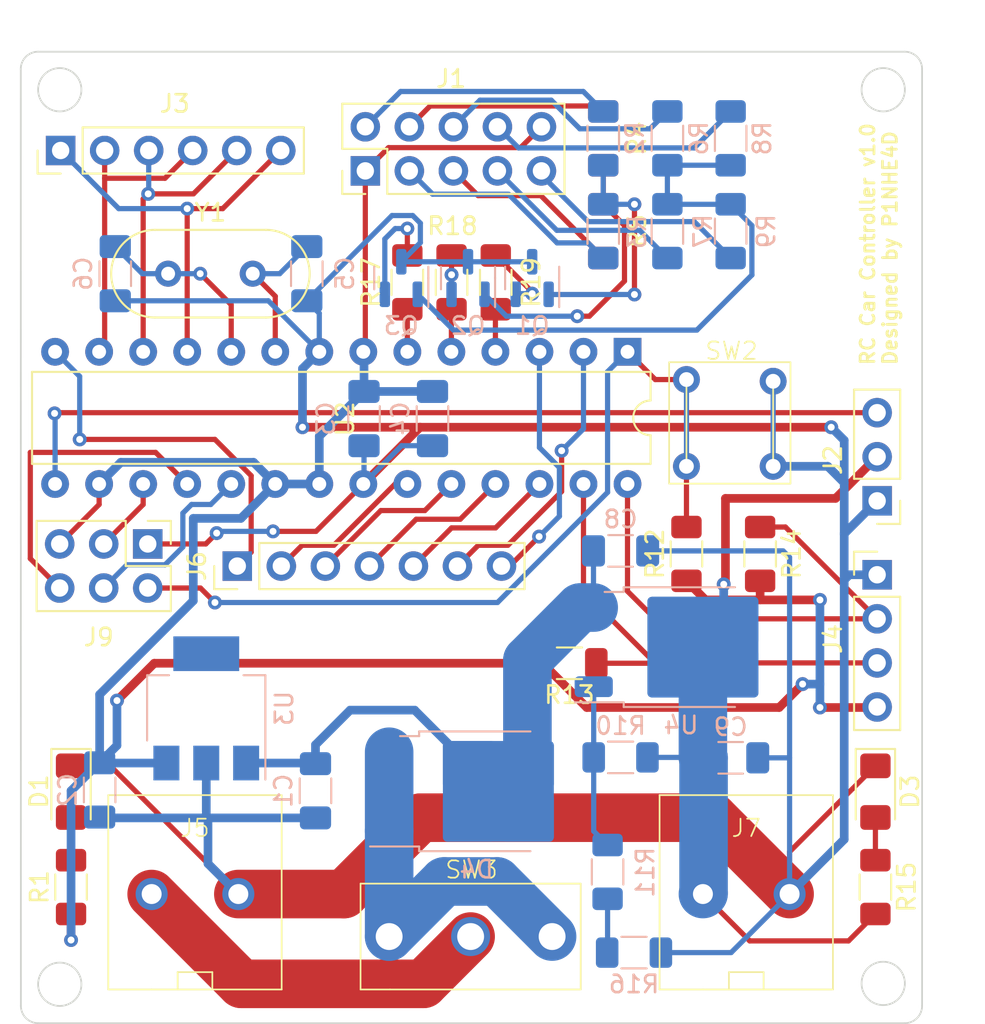
<source format=kicad_pcb>
(kicad_pcb (version 20221018) (generator pcbnew)
  (layers (0 "F.Cu" signal) (31 "B.Cu" signal) (34 "B.Paste" user) (35 "F.Paste" user) (36 "B.SilkS" user "B.Silkscreen") (37 "F.SilkS" user "F.Silkscreen") (38 "B.Mask" user) (39 "F.Mask" user) (44 "Edge.Cuts" user))
  (net 0 "")
  (net 1 "GND")
  (net 2 "+5V")
  (net 3 "Net-(U2-XTAL1{slash}PB6)")
  (net 4 "Net-(U2-XTAL2{slash}PB7)")
  (net 5 "+6V")
  (net 6 "Net-(D1-A)")
  (net 7 "Net-(D3-A)")
  (net 8 "/Red_LED_1")
  (net 9 "/Red_LED_2")
  (net 10 "/Red_LED_3")
  (net 11 "/Red_LED_4")
  (net 12 "/White_LED_1")
  (net 13 "/White_LED_2")
  (net 14 "/White_LED_3")
  (net 15 "/White_LED_4")
  (net 16 "/SERV_PWM")
  (net 17 "/DC_PWM")
  (net 18 "/DC_IN2")
  (net 19 "/DC_IN1")
  (net 20 "/SCL")
  (net 21 "/SDA")
  (net 22 "+BATT")
  (net 23 "/PD0")
  (net 24 "/PC0")
  (net 25 "/PC1")
  (net 26 "/PC2")
  (net 27 "/PC3")
  (net 28 "/PD1")
  (net 29 "/RESET")
  (net 30 "/MOSI")
  (net 31 "/SCK")
  (net 32 "/MISO")
  (net 33 "Net-(U4-ADJ)")
  (net 34 "Net-(R11-Pad2)")
  (net 35 "/PB0")
  (net 36 "Net-(Q1-C)")
  (net 37 "Net-(Q1-B)")
  (net 38 "Net-(Q2-C)")
  (net 39 "Net-(Q2-B)")
  (net 40 "Net-(Q3-C)")
  (net 41 "Net-(Q3-B)")
  (net 42 "/FRONTLIGHTS")
  (net 43 "/RED_RIGHT")
  (net 44 "/RED_LEFT")
  (net 45 "Net-(D4-K)")
  (net 46 "Net-(D4-A-Pad1)")
  (footprint "Resistor_SMD:R_1206_3216Metric_Pad1.30x1.75mm_HandSolder" (layer "F.Cu") (at 68.7 74.05 90)
    (fp_text reference "R12")
    (fp_text value "10K")
  )
  (footprint "Resistor_SMD:R_1206_3216Metric_Pad1.30x1.75mm_HandSolder" (layer "F.Cu") (at 79.6 93.25 90)
    (fp_text reference "R15")
    (fp_text value "200")
  )
  (footprint "Connector_PinHeader_2.54mm:PinHeader_2x03_P2.54mm_Vertical" (layer "F.Cu") (at 37.625 73.475 -90)
    (fp_text reference "J9")
    (fp_text value "Conn_02x03_Odd_Even")
  )
  (footprint "Connector_PinHeader_2.54mm:PinHeader_1x04_P2.54mm_Vertical" (layer "F.Cu") (at 79.7 75.25)
    (fp_text reference "J4")
    (fp_text value "Conn_01x04_Pin")
  )
  (footprint "LED_SMD:LED_1206_3216Metric_Pad1.42x1.75mm_HandSolder" (layer "F.Cu") (at 79.6 87.75 -90)
    (fp_text reference "D3")
    (fp_text value "PWR_LED_2")
  )
  (footprint "Custom_Components:1101M2S3CQE2" (layer "F.Cu") (at 56.3 89.15)
    (fp_text reference "SW3")
    (fp_text value "SW_SPDT_MSM")
  )
  (footprint "Resistor_SMD:R_1206_3216Metric_Pad1.30x1.75mm_HandSolder" (layer "F.Cu") (at 33.2 93.25 90)
    (fp_text reference "R1")
    (fp_text value "150")
  )
  (footprint "Crystal:Crystal_HC49-4H_Vertical" (layer "F.Cu") (at 38.8 57.9)
    (fp_text reference "Y1")
    (fp_text value "16.000")
  )
  (footprint "Custom_Components:CTB0700-2" (layer "F.Cu") (at 40.35 90.35)
    (fp_text reference "J5")
    (fp_text value "Screw_Terminal_01x02")
  )
  (footprint "Resistor_SMD:R_1206_3216Metric_Pad1.30x1.75mm_HandSolder" (layer "F.Cu") (at 63.9 55.45 -90)
    (fp_text reference "R5")
    (fp_text value "150")
  )
  (footprint "Resistor_SMD:R_1206_3216Metric_Pad1.30x1.75mm_HandSolder" (layer "F.Cu") (at 57.7 58.4 -90)
    (fp_text reference "R19")
    (fp_text value "R_Small")
  )
  (footprint "LED_SMD:LED_1206_3216Metric_Pad1.42x1.75mm_HandSolder" (layer "F.Cu") (at 33.2 87.75 -90)
    (fp_text reference "D1")
    (fp_text value "PWR_LED_1")
  )
  (footprint "Connector_PinHeader_2.54mm:PinHeader_1x06_P2.54mm_Vertical" (layer "F.Cu") (at 32.6 50.8 90)
    (fp_text reference "J3")
    (fp_text value "Conn_01x06_Pin")
  )
  (footprint "Resistor_SMD:R_1206_3216Metric_Pad1.30x1.75mm_HandSolder" (layer "F.Cu") (at 55.15 58.4 -90)
    (fp_text reference "R18")
    (fp_text value "R_Small")
  )
  (footprint "Resistor_SMD:R_1206_3216Metric_Pad1.30x1.75mm_HandSolder" (layer "F.Cu") (at 72.95 74.05 -90)
    (fp_text reference "R14")
    (fp_text value "10K")
  )
  (footprint "Connector_PinHeader_2.54mm:PinHeader_1x07_P2.54mm_Vertical" (layer "F.Cu") (at 42.79 74.75 90)
    (fp_text reference "J6")
    (fp_text value "Conn_01x07_Pin")
  )
  (footprint "Resistor_SMD:R_1206_3216Metric_Pad1.30x1.75mm_HandSolder" (layer "F.Cu") (at 52.6 58.4 -90)
    (fp_text reference "R17")
    (fp_text value "R_Small")
  )
  (footprint "Resistor_SMD:R_1206_3216Metric_Pad1.30x1.75mm_HandSolder" (layer "F.Cu") (at 63.9 50.1 90)
    (fp_text reference "R4")
    (fp_text value "150")
  )
  (footprint "Connector_PinHeader_2.54mm:PinHeader_2x05_P2.54mm_Vertical" (layer "F.Cu") (at 50.175 51.975 90)
    (fp_text reference "J1")
    (fp_text value "Conn_02x05_Odd_Even")
  )
  (footprint "Package_DIP:DIP-28_W7.62mm" (layer "F.Cu") (at 65.3 62.4 -90)
    (fp_text reference "U2")
    (fp_text value "ATmega328-P")
  )
  (footprint "Connector_PinHeader_2.54mm:PinHeader_1x03_P2.54mm_Vertical" (layer "F.Cu") (at 79.7 70.99 180)
    (fp_text reference "J2")
    (fp_text value "Conn_01x03_Pin")
  )
  (footprint "Custom_Components:CTB0700-2" (layer "F.Cu") (at 72.15 90.35)
    (fp_text reference "J7")
    (fp_text value "Screw_Terminal_01x02")
  )
  (footprint "Resistor_SMD:R_1206_3216Metric_Pad1.30x1.75mm_HandSolder" (layer "F.Cu") (at 61.95 80.35 180)
    (fp_text reference "R13")
    (fp_text value "10K")
  )
  (footprint "Custom_Components:ElegooButton" (layer "F.Cu") (at 63.6 66.5 90)
    (fp_text reference "SW2")
    (fp_text value "SW_MEC_5E")
  )
  (footprint "Package_TO_SOT_SMD:SOT-23" (layer "B.Cu") (at 56.1 58.15 90)
    (fp_text reference "Q2")
    (fp_text value "NPN")
  )
  (footprint "Resistor_SMD:R_1206_3216Metric_Pad1.30x1.75mm_HandSolder" (layer "B.Cu") (at 67.6 50.1 90)
    (fp_text reference "R6")
    (fp_text value "100")
  )
  (footprint "Resistor_SMD:R_1206_3216Metric_Pad1.30x1.75mm_HandSolder" (layer "B.Cu") (at 65.675 97.025)
    (fp_text reference "R16")
    (fp_text value "470")
  )
  (footprint "Resistor_SMD:R_1206_3216Metric_Pad1.30x1.75mm_HandSolder" (layer "B.Cu") (at 63.9 50.1 90)
    (fp_text reference "R2")
    (fp_text value "150")
  )
  (footprint "Capacitor_SMD:C_1206_3216Metric_Pad1.33x1.80mm_HandSolder" (layer "B.Cu") (at 71.25 85.8)
    (fp_text reference "C9")
    (fp_text value "22uF")
  )
  (footprint "Resistor_SMD:R_1206_3216Metric_Pad1.30x1.75mm_HandSolder" (layer "B.Cu") (at 67.6 55.45 -90)
    (fp_text reference "R7")
    (fp_text value "100")
  )
  (footprint "Package_TO_SOT_SMD:TO-252-2" (layer "B.Cu") (at 56.59 87.73)
    (fp_text reference "D4")
    (fp_text value "D_Schottky_Dual_CommonCathode_AKA")
  )
  (footprint "Package_TO_SOT_SMD:SOT-23" (layer "B.Cu") (at 52.25 58.15 90)
    (fp_text reference "Q3")
    (fp_text value "NPN")
  )
  (footprint "Capacitor_SMD:C_1206_3216Metric_Pad1.33x1.80mm_HandSolder" (layer "B.Cu") (at 64.9 73.875)
    (fp_text reference "C8")
    (fp_text value "10uF")
  )
  (footprint "Package_TO_SOT_SMD:SOT-23" (layer "B.Cu") (at 59.8 58.15 90)
    (fp_text reference "Q1")
    (fp_text value "NPN")
  )
  (footprint "Capacitor_SMD:C_1206_3216Metric_Pad1.33x1.80mm_HandSolder" (layer "B.Cu") (at 50.1 66.25 90)
    (fp_text reference "C3")
    (fp_text value "0.1uF")
  )
  (footprint "Package_TO_SOT_SMD:SOT-223" (layer "B.Cu") (at 41 82.95 90)
    (fp_text reference "U3")
    (fp_text value "TC1262-50")
  )
  (footprint "Capacitor_SMD:C_1206_3216Metric_Pad1.33x1.80mm_HandSolder" (layer "B.Cu") (at 46.8 57.9 -90)
    (fp_text reference "C5")
    (fp_text value "22pF")
  )
  (footprint "Resistor_SMD:R_1206_3216Metric_Pad1.30x1.75mm_HandSolder" (layer "B.Cu") (at 71.25 55.45 -90)
    (fp_text reference "R9")
    (fp_text value "100")
  )
  (footprint "Resistor_SMD:R_1206_3216Metric_Pad1.30x1.75mm_HandSolder" (layer "B.Cu") (at 64.15 92.375 -90)
    (fp_text reference "R11")
    (fp_text value "100")
  )
  (footprint "Package_TO_SOT_SMD:TO-252-2" (layer "B.Cu") (at 68.39 79.42)
    (fp_text reference "U4")
    (fp_text value "LT1084-ADJ")
  )
  (footprint "Capacitor_SMD:C_1206_3216Metric_Pad1.33x1.80mm_HandSolder" (layer "B.Cu") (at 35.75 57.9 -90)
    (fp_text reference "C6")
    (fp_text value "22pF")
  )
  (footprint "Resistor_SMD:R_1206_3216Metric_Pad1.30x1.75mm_HandSolder" (layer "B.Cu") (at 64.9 85.775 180)
    (fp_text reference "R10")
    (fp_text value "150")
  )
  (footprint "Capacitor_SMD:C_1206_3216Metric_Pad1.33x1.80mm_HandSolder" (layer "B.Cu") (at 47.3 87.7 -90)
    (fp_text reference "C1")
    (fp_text value "1uF")
  )
  (footprint "Resistor_SMD:R_1206_3216Metric_Pad1.30x1.75mm_HandSolder" (layer "B.Cu") (at 63.9 55.45 -90)
    (fp_text reference "R3")
    (fp_text value "150")
  )
  (footprint "Capacitor_SMD:C_1206_3216Metric_Pad1.33x1.80mm_HandSolder" (layer "B.Cu") (at 34.85 87.65 -90)
    (fp_text reference "C2")
    (fp_text value "1uF")
  )
  (footprint "Capacitor_SMD:C_1206_3216Metric_Pad1.33x1.80mm_HandSolder" (layer "B.Cu") (at 54.05 66.25 -90)
    (fp_text reference "C4")
    (fp_text value "0.1uF")
  )
  (footprint "Resistor_SMD:R_1206_3216Metric_Pad1.30x1.75mm_HandSolder" (layer "B.Cu") (at 71.25 50.1 90)
    (fp_text reference "R8")
    (fp_text value "100")
  )
  (gr_circle (center 32.55 47.3) (end 33.8 47.3) (stroke (width 0.1)) (fill none) (layer "Edge.Cuts"))
  (gr_line (start 31.3 45.107107) (end 81.292893 45.107107) (stroke (width 0.1)) (layer "Edge.Cuts"))
  (gr_arc (start 30.3 46.107107) (mid 30.592893 45.4) (end 31.3 45.107107) (stroke (width 0.1)) (layer "Edge.Cuts"))
  (gr_arc (start 31.307107 101.092893) (mid 30.6 100.8) (end 30.307107 100.092893) (stroke (width 0.1)) (layer "Edge.Cuts"))
  (gr_circle (center 32.55 98.85) (end 33.8 98.85) (stroke (width 0.1)) (fill none) (layer "Edge.Cuts"))
  (gr_arc (start 81.292893 45.107107) (mid 82 45.4) (end 82.292893 46.107107) (stroke (width 0.1)) (layer "Edge.Cuts"))
  (gr_circle (center 80.05 98.8) (end 81.3 98.8) (stroke (width 0.1)) (fill none) (layer "Edge.Cuts"))
  (gr_line (start 30.307107 100.092893) (end 30.3 46.107107) (stroke (width 0.1)) (layer "Edge.Cuts"))
  (gr_line (start 82.292893 46.107107) (end 82.292893 100.092893) (stroke (width 0.1)) (layer "Edge.Cuts"))
  (gr_circle (center 80.05 47.3) (end 81.3 47.3) (stroke (width 0.1)) (fill none) (layer "Edge.Cuts"))
  (gr_line (start 81.292893 101.092893) (end 31.307107 101.092893) (stroke (width 0.1)) (layer "Edge.Cuts"))
  (gr_arc (start 82.292893 100.092893) (mid 82 100.8) (end 81.292893 101.092893) (stroke (width 0.1)) (layer "Edge.Cuts"))
  (gr_text "RC Car Controller v1.0\nDesigned by P1NHE4D" (at 79.8 63.25 90) (layer "F.SilkS") (effects (font (size 0.8 0.8) (thickness 0.16) bold) (justify left)))
  (segment (start 79.6 86.2625) (end 74.65 91.2125) (width 0.3) (layer "F.Cu") (net 1))
  (segment (start 53.35 89.25) (end 70.25 89.25) (width 2.8) (layer "F.Cu") (net 1))
  (segment (start 77.05 66.75) (end 53.33 66.75) (width 0.5) (layer "F.Cu") (net 1))
  (segment (start 53.33 66.75) (end 46.55 66.75) (width 0.5) (layer "F.Cu") (net 1))
  (segment (start 42.85 93.65) (end 48.95 93.65) (width 2.8) (layer "F.Cu") (net 1))
  (segment (start 40.9745 73.475) (end 37.625 73.475) (width 0.3) (layer "F.Cu") (net 1))
  (segment (start 35.4625 86.2625) (end 42.85 93.65) (width 0.3) (layer "F.Cu") (net 1))
  (segment (start 50.06 70.02) (end 47.33 72.75) (width 0.3) (layer "F.Cu") (net 1))
  (segment (start 41.6 72.8495) (end 40.9745 73.475) (width 0.3) (layer "F.Cu") (net 1))
  (segment (start 47.33 72.75) (end 44.85 72.75) (width 0.3) (layer "F.Cu") (net 1))
  (segment (start 48.95 93.65) (end 53.35 89.25) (width 2.8) (layer "F.Cu") (net 1))
  (segment (start 53.33 66.75) (end 50.06 70.02) (width 0.5) (layer "F.Cu") (net 1))
  (segment (start 33.2 86.2625) (end 35.4625 86.2625) (width 0.3) (layer "F.Cu") (net 1))
  (segment (start 70.25 89.25) (end 74.65 93.65) (width 2.8) (layer "F.Cu") (net 1))
  (segment (start 74.65 91.2125) (end 74.65 93.65) (width 0.3) (layer "F.Cu") (net 1))
  (via (at 44.85 72.75) (size 0.8) (drill 0.4) (layers "F.Cu" "B.Cu") (net 1))
  (via (at 41.6 72.8495) (size 0.8) (drill 0.4) (layers "F.Cu" "B.Cu") (net 1))
  (via (at 77.05 66.75) (size 0.8) (drill 0.4) (layers "F.Cu" "B.Cu") (net 1))
  (via (at 46.55 66.75) (size 0.8) (drill 0.4) (layers "F.Cu" "B.Cu") (net 1))
  (segment (start 46.55 66.75) (end 46.55 63.37) (width 0.5) (layer "B.Cu") (net 1))
  (segment (start 56.1 57.2125) (end 52.25 57.2125) (width 0.3) (layer "B.Cu") (net 1))
  (segment (start 71.275 97.025) (end 74.65 93.65) (width 0.3) (layer "B.Cu") (net 1))
  (segment (start 46.55 63.37) (end 47.52 62.4) (width 0.5) (layer "B.Cu") (net 1))
  (segment (start 35.75 59.4625) (end 44.5825 59.4625) (width 0.3) (layer "B.Cu") (net 1))
  (segment (start 47.52 60.1825) (end 47.52 62.4) (width 0.3) (layer "B.Cu") (net 1))
  (segment (start 53.35 54.989339) (end 53.35 56.1125) (width 0.3) (layer "B.Cu") (net 1))
  (segment (start 77.8 69.95) (end 77.8 67.5) (width 0.5) (layer "B.Cu") (net 1))
  (segment (start 46.8 59.4625) (end 51.7125 54.55) (width 0.3) (layer "B.Cu") (net 1))
  (segment (start 41.1 91.9) (end 42.85 93.65) (width 0.5) (layer "B.Cu") (net 1))
  (segment (start 41 89.1625) (end 41.1 89.2625) (width 0.5) (layer "B.Cu") (net 1))
  (segment (start 53.35 56.1125) (end 52.25 57.2125) (width 0.3) (layer "B.Cu") (net 1))
  (segment (start 52.2675 67.8125) (end 50.06 70.02) (width 0.3) (layer "B.Cu") (net 1))
  (segment (start 41.1 89.2625) (end 41.1 91.9) (width 0.5) (layer "B.Cu") (net 1))
  (segment (start 41.6995 72.75) (end 41.6 72.8495) (width 0.3) (layer "B.Cu") (net 1))
  (segment (start 44.5825 59.4625) (end 47.52 62.4) (width 0.3) (layer "B.Cu") (net 1))
  (segment (start 51.7125 54.55) (end 52.910661 54.55) (width 0.3) (layer "B.Cu") (net 1))
  (segment (start 66.4625 73.875) (end 74.275 73.875) (width 0.3) (layer "B.Cu") (net 1))
  (segment (start 77.8 75.55) (end 77.8 90.5) (width 0.5) (layer "B.Cu") (net 1))
  (segment (start 41.1 89.2625) (end 47.3 89.2625) (width 0.5) (layer "B.Cu") (net 1))
  (segment (start 77.8 69.95) (end 76.85 69) (width 0.5) (layer "B.Cu") (net 1))
  (segment (start 77.8 72.89) (end 77.8 69.95) (width 0.5) (layer "B.Cu") (net 1))
  (segment (start 44.85 72.75) (end 41.6995 72.75) (width 0.3) (layer "B.Cu") (net 1))
  (segment (start 34.9 89.2625) (end 41.1 89.2625) (width 0.5) (layer "B.Cu") (net 1))
  (segment (start 41 86.1) (end 41 89.1625) (width 0.5) (layer "B.Cu") (net 1))
  (segment (start 74.275 73.875) (end 74.65 74.25) (width 0.3) (layer "B.Cu") (net 1))
  (segment (start 67.225 97.025) (end 71.275 97.025) (width 0.3) (layer "B.Cu") (net 1))
  (segment (start 79.7 75.25) (end 78.1 75.25) (width 0.5) (layer "B.Cu") (net 1))
  (segment (start 52.910661 54.55) (end 53.35 54.989339) (width 0.3) (layer "B.Cu") (net 1))
  (segment (start 74.65 74.25) (end 74.65 85.8) (width 0.3) (layer "B.Cu") (net 1))
  (segment (start 73.7 64.1) (end 73.7 69) (width 0.3) (layer "B.Cu") (net 1))
  (segment (start 77.8 72.89) (end 77.8 75.55) (width 0.5) (layer "B.Cu") (net 1))
  (segment (start 77.8 90.5) (end 74.65 93.65) (width 0.5) (layer "B.Cu") (net 1))
  (segment (start 79.7 70.99) (end 77.8 72.89) (width 0.5) (layer "B.Cu") (net 1))
  (segment (start 59.8 57.2125) (end 56.1 57.2125) (width 0.3) (layer "B.Cu") (net 1))
  (segment (start 54.05 67.8125) (end 52.2675 67.8125) (width 0.3) (layer "B.Cu") (net 1))
  (segment (start 78.1 75.25) (end 77.8 75.55) (width 0.5) (layer "B.Cu") (net 1))
  (segment (start 34.85 89.2125) (end 34.9 89.2625) (width 0.5) (layer "B.Cu") (net 1))
  (segment (start 46.8 59.4625) (end 47.52 60.1825) (width 0.3) (layer "B.Cu") (net 1))
  (segment (start 50.1 67.8125) (end 50.1 69.98) (width 0.3) (layer "B.Cu") (net 1))
  (segment (start 72.8125 85.8) (end 74.65 85.8) (width 0.3) (layer "B.Cu") (net 1))
  (segment (start 50.1 69.98) (end 50.06 70.02) (width 0.3) (layer "B.Cu") (net 1))
  (segment (start 77.8 67.5) (end 77.05 66.75) (width 0.5) (layer "B.Cu") (net 1))
  (segment (start 76.85 69) (end 73.7 69) (width 0.5) (layer "B.Cu") (net 1))
  (segment (start 74.65 85.8) (end 74.65 93.65) (width 0.3) (layer "B.Cu") (net 1))
  (segment (start 33.2 96.3) (end 33.2 94.8) (width 0.5) (layer "F.Cu") (net 2))
  (segment (start 50.175 51.975) (end 50.175 62.285) (width 0.3) (layer "F.Cu") (net 2))
  (segment (start 72.95 75.6) (end 72.95 76.7) (width 0.5) (layer "F.Cu") (net 2))
  (segment (start 76.4 82.9) (end 79.67 82.9) (width 0.5) (layer "F.Cu") (net 2))
  (segment (start 62.95 82.9) (end 74.0495 82.9) (width 0.5) (layer "F.Cu") (net 2))
  (segment (start 69.8 76.7) (end 72.95 76.7) (width 0.5) (layer "F.Cu") (net 2))
  (segment (start 51.515 50.635) (end 50.175 51.975) (width 0.3) (layer "F.Cu") (net 2))
  (segment (start 72.95 76.7) (end 76.4 76.7) (width 0.5) (layer "F.Cu") (net 2))
  (segment (start 62.95 82.9) (end 60.4 80.35) (width 0.5) (layer "F.Cu") (net 2))
  (segment (start 79.67 82.9) (end 79.7 82.87) (width 0.5) (layer "F.Cu") (net 2))
  (segment (start 74.0495 82.9) (end 75.3995 81.55) (width 0.5) (layer "F.Cu") (net 2))
  (segment (start 60.335 49.435) (end 59.135 50.635) (width 0.3) (layer "F.Cu") (net 2))
  (segment (start 34.82 71.2) (end 34.82 70.02) (width 0.3) (layer "F.Cu") (net 2))
  (segment (start 50.175 62.285) (end 50.06 62.4) (width 0.3) (layer "F.Cu") (net 2))
  (segment (start 60.4 80.35) (end 38 80.35) (width 0.5) (layer "F.Cu") (net 2))
  (segment (start 32.545 73.475) (end 34.82 71.2) (width 0.3) (layer "F.Cu") (net 2))
  (segment (start 59.135 50.635) (end 51.515 50.635) (width 0.3) (layer "F.Cu") (net 2))
  (segment (start 38 80.35) (end 35.85 82.5) (width 0.5) (layer "F.Cu") (net 2))
  (segment (start 68.7 75.6) (end 69.8 76.7) (width 0.5) (layer "F.Cu") (net 2))
  (via (at 76.4 76.7) (size 0.8) (drill 0.4) (layers "F.Cu" "B.Cu") (net 2))
  (via (at 35.85 82.5) (size 0.8) (drill 0.4) (layers "F.Cu" "B.Cu") (net 2))
  (via (at 75.3995 81.55) (size 0.8) (drill 0.4) (layers "F.Cu" "B.Cu") (net 2))
  (via (at 76.4 82.9) (size 0.8) (drill 0.4) (layers "F.Cu" "B.Cu") (net 2))
  (via (at 33.2 96.3) (size 0.8) (drill 0.4) (layers "F.Cu" "B.Cu") (net 2))
  (segment (start 75.3995 81.55) (end 76.4 81.55) (width 0.5) (layer "B.Cu") (net 2))
  (segment (start 33.2 87.7) (end 33.2 96.3) (width 0.5) (layer "B.Cu") (net 2))
  (segment (start 44.98 70.02) (end 43.73 68.77) (width 0.5) (layer "B.Cu") (net 2))
  (segment (start 50.1 64.6875) (end 50.1 62.44) (width 0.5) (layer "B.Cu") (net 2))
  (segment (start 38.7 86.1) (end 34.8625 86.1) (width 0.5) (layer "B.Cu") (net 2))
  (segment (start 35.85 85.0875) (end 34.85 86.0875) (width 0.5) (layer "B.Cu") (net 2))
  (segment (start 34.85 86.0875) (end 34.85 82.15) (width 0.5) (layer "B.Cu") (net 2))
  (segment (start 36.07 68.77) (end 34.82 70.02) (width 0.5) (layer "B.Cu") (net 2))
  (segment (start 34.85 82.15) (end 40.25 76.75) (width 0.5) (layer "B.Cu") (net 2))
  (segment (start 43.73 68.77) (end 36.07 68.77) (width 0.5) (layer "B.Cu") (net 2))
  (segment (start 76.4 81.55) (end 76.4 82.9) (width 0.5) (layer "B.Cu") (net 2))
  (segment (start 50.1 64.6875) (end 54.05 64.6875) (width 0.5) (layer "B.Cu") (net 2))
  (segment (start 50.1 62.44) (end 50.06 62.4) (width 0.5) (layer "B.Cu") (net 2))
  (segment (start 35.85 82.5) (end 35.85 85.0875) (width 0.5) (layer "B.Cu") (net 2))
  (segment (start 34.8625 86.1) (end 34.85 86.0875) (width 0.5) (layer "B.Cu") (net 2))
  (segment (start 47.52 70.02) (end 44.98 70.02) (width 0.5) (layer "B.Cu") (net 2))
  (segment (start 40.25 72) (end 43 72) (width 0.5) (layer "B.Cu") (net 2))
  (segment (start 34.85 86.0875) (end 34.8125 86.0875) (width 0.5) (layer "B.Cu") (net 2))
  (segment (start 76.4 76.7) (end 76.4 81.55) (width 0.5) (layer "B.Cu") (net 2))
  (segment (start 47.52 70.02) (end 47.52 67.2675) (width 0.5) (layer "B.Cu") (net 2))
  (segment (start 34.8125 86.0875) (end 33.2 87.7) (width 0.5) (layer "B.Cu") (net 2))
  (segment (start 40.25 76.75) (end 40.25 72) (width 0.5) (layer "B.Cu") (net 2))
  (segment (start 47.52 67.2675) (end 50.1 64.6875) (width 0.5) (layer "B.Cu") (net 2))
  (segment (start 43 72) (end 44.98 70.02) (width 0.5) (layer "B.Cu") (net 2))
  (segment (start 44.98 59.2) (end 44.98 62.4) (width 0.3) (layer "F.Cu") (net 3))
  (segment (start 43.68 57.9) (end 44.98 59.2) (width 0.3) (layer "F.Cu") (net 3))
  (segment (start 43.68 57.9) (end 45.2375 57.9) (width 0.3) (layer "B.Cu") (net 3))
  (segment (start 45.2375 57.9) (end 46.8 56.3375) (width 0.3) (layer "B.Cu") (net 3))
  (segment (start 42.44 62.4) (end 42.44 59.6905) (width 0.3) (layer "F.Cu") (net 4))
  (segment (start 42.44 59.6905) (end 40.6495 57.9) (width 0.3) (layer "F.Cu") (net 4))
  (via (at 40.6495 57.9) (size 0.8) (drill 0.4) (layers "F.Cu" "B.Cu") (net 4))
  (segment (start 38.8 57.9) (end 37.3125 57.9) (width 0.3) (layer "B.Cu") (net 4))
  (segment (start 37.3125 57.9) (end 35.75 56.3375) (width 0.3) (layer "B.Cu") (net 4))
  (segment (start 40.6495 57.9) (end 38.8 57.9) (width 0.3) (layer "B.Cu") (net 4))
  (segment (start 79.7 68.45) (end 77.3 70.85) (width 0.5) (layer "F.Cu") (net 5))
  (segment (start 70.95 70.85) (end 70.95 75.7) (width 0.5) (layer "F.Cu") (net 5))
  (segment (start 77.3 70.85) (end 70.95 70.85) (width 0.5) (layer "F.Cu") (net 5))
  (segment (start 72.35 96.35) (end 69.65 93.65) (width 0.3) (layer "F.Cu") (net 5))
  (segment (start 70.95 75.7) (end 70.85 75.8) (width 0.5) (layer "F.Cu") (net 5))
  (segment (start 78.05 96.35) (end 72.35 96.35) (width 0.3) (layer "F.Cu") (net 5))
  (segment (start 79.6 94.8) (end 78.05 96.35) (width 0.3) (layer "F.Cu") (net 5))
  (via (at 70.85 75.8) (size 0.8) (drill 0.4) (layers "F.Cu" "B.Cu") (net 5))
  (segment (start 69.65 85.7625) (end 69.6875 85.8) (width 2.8) (layer "B.Cu") (net 5))
  (segment (start 69.65 79.42) (end 69.65 85.7625) (width 2.8) (layer "B.Cu") (net 5))
  (segment (start 69.6875 85.8) (end 69.6875 93.6125) (width 2.8) (layer "B.Cu") (net 5))
  (segment (start 66.45 85.775) (end 69.6625 85.775) (width 0.3) (layer "B.Cu") (net 5))
  (segment (start 69.6625 85.775) (end 69.6875 85.8) (width 0.3) (layer "B.Cu") (net 5))
  (segment (start 70.85 75.8) (end 70.85 77.42) (width 0.5) (layer "B.Cu") (net 5))
  (segment (start 70.85 77.42) (end 71.325 77.895) (width 0.5) (layer "B.Cu") (net 5))
  (segment (start 69.6875 93.6125) (end 69.65 93.65) (width 2.8) (layer "B.Cu") (net 5))
  (segment (start 33.2 91.7) (end 33.2 89.2375) (width 0.3) (layer "F.Cu") (net 6))
  (segment (start 79.6 91.7) (end 79.6 89.2375) (width 0.3) (layer "F.Cu") (net 7))
  (segment (start 52.21 47.4) (end 50.175 49.435) (width 0.3) (layer "B.Cu") (net 8))
  (segment (start 63.9 48.55) (end 62.75 47.4) (width 0.3) (layer "B.Cu") (net 8))
  (segment (start 62.75 47.4) (end 52.21 47.4) (width 0.3) (layer "B.Cu") (net 8))
  (segment (start 63.9 57) (end 63.025 56.125) (width 0.3) (layer "B.Cu") (net 9))
  (segment (start 63.025 56.125) (end 61.237894 56.125) (width 0.3) (layer "B.Cu") (net 9))
  (segment (start 61.237894 56.125) (end 58.431447 53.318553) (width 0.3) (layer "B.Cu") (net 9))
  (segment (start 54.058553 53.318553) (end 52.715 51.975) (width 0.3) (layer "B.Cu") (net 9))
  (segment (start 58.431447 53.318553) (end 54.058553 53.318553) (width 0.3) (layer "B.Cu") (net 9))
  (segment (start 63.9 48.55) (end 63.585 48.235) (width 0.3) (layer "F.Cu") (net 10))
  (segment (start 53.915 48.235) (end 52.715 49.435) (width 0.3) (layer "F.Cu") (net 10))
  (segment (start 63.585 48.235) (end 53.915 48.235) (width 0.3) (layer "F.Cu") (net 10))
  (segment (start 60.3 53.4) (end 56.68 53.4) (width 0.3) (layer "F.Cu") (net 11))
  (segment (start 56.68 53.4) (end 55.255 51.975) (width 0.3) (layer "F.Cu") (net 11))
  (segment (start 63.9 57) (end 60.3 53.4) (width 0.3) (layer "F.Cu") (net 11))
  (segment (start 67.6 48.55) (end 66.6 49.55) (width 0.3) (layer "B.Cu") (net 12))
  (segment (start 62.55 49.55) (end 60.9 47.9) (width 0.3) (layer "B.Cu") (net 12))
  (segment (start 60.9 47.9) (end 56.79 47.9) (width 0.3) (layer "B.Cu") (net 12))
  (segment (start 66.6 49.55) (end 62.55 49.55) (width 0.3) (layer "B.Cu") (net 12))
  (segment (start 56.79 47.9) (end 55.255 49.435) (width 0.3) (layer "B.Cu") (net 12))
  (segment (start 67.6 57) (end 66 55.4) (width 0.3) (layer "B.Cu") (net 13))
  (segment (start 61.22 55.4) (end 57.795 51.975) (width 0.3) (layer "B.Cu") (net 13))
  (segment (start 66 55.4) (end 61.22 55.4) (width 0.3) (layer "B.Cu") (net 13))
  (segment (start 71.25 48.55) (end 69.15 50.65) (width 0.3) (layer "B.Cu") (net 14))
  (segment (start 59.01 50.65) (end 57.795 49.435) (width 0.3) (layer "B.Cu") (net 14))
  (segment (start 69.15 50.65) (end 59.01 50.65) (width 0.3) (layer "B.Cu") (net 14))
  (segment (start 69.15 54.9) (end 63.026472 54.9) (width 0.3) (layer "B.Cu") (net 15))
  (segment (start 63.026472 54.9) (end 60.335 52.208528) (width 0.3) (layer "B.Cu") (net 15))
  (segment (start 71.25 57) (end 69.15 54.9) (width 0.3) (layer "B.Cu") (net 15))
  (segment (start 60.335 52.208528) (end 60.335 51.975) (width 0.3) (layer "B.Cu") (net 15))
  (segment (start 32.29 65.91) (end 32.25 65.95) (width 0.3) (layer "F.Cu") (net 16))
  (segment (start 79.7 65.91) (end 32.29 65.91) (width 0.3) (layer "F.Cu") (net 16))
  (via (at 32.25 65.95) (size 0.8) (drill 0.4) (layers "F.Cu" "B.Cu") (net 16))
  (segment (start 32.25 65.95) (end 32.28 65.98) (width 0.3) (layer "B.Cu") (net 16))
  (segment (start 32.28 65.98) (end 32.28 70.02) (width 0.3) (layer "B.Cu") (net 16))
  (segment (start 39.9 62.4) (end 39.9 54.15) (width 0.3) (layer "F.Cu") (net 17))
  (segment (start 41.95 54.15) (end 39.9 54.15) (width 0.3) (layer "F.Cu") (net 17))
  (segment (start 45.3 50.8) (end 41.95 54.15) (width 0.3) (layer "F.Cu") (net 17))
  (via (at 39.9 54.15) (size 0.8) (drill 0.4) (layers "F.Cu" "B.Cu") (net 17))
  (segment (start 35.95 54.15) (end 32.6 50.8) (width 0.3) (layer "B.Cu") (net 17))
  (segment (start 39.9 54.15) (end 35.95 54.15) (width 0.3) (layer "B.Cu") (net 17))
  (segment (start 35.14 52.4) (end 35.14 62.08) (width 0.3) (layer "F.Cu") (net 18))
  (segment (start 38.62 52.4) (end 35.14 52.4) (width 0.3) (layer "F.Cu") (net 18))
  (segment (start 35.14 50.8) (end 35.14 52.4) (width 0.3) (layer "F.Cu") (net 18))
  (segment (start 35.14 62.08) (end 34.82 62.4) (width 0.3) (layer "F.Cu") (net 18))
  (segment (start 40.22 50.8) (end 38.62 52.4) (width 0.3) (layer "F.Cu") (net 18))
  (segment (start 37.36 53.59) (end 37.36 62.4) (width 0.3) (layer "F.Cu") (net 19))
  (segment (start 37.65 53.3) (end 37.36 53.59) (width 0.3) (layer "F.Cu") (net 19))
  (segment (start 42.76 50.8) (end 40.26 53.3) (width 0.3) (layer "F.Cu") (net 19))
  (segment (start 40.26 53.3) (end 37.65 53.3) (width 0.3) (layer "F.Cu") (net 19))
  (via (at 37.65 53.3) (size 0.8) (drill 0.4) (layers "F.Cu" "B.Cu") (net 19))
  (segment (start 37.68 53.27) (end 37.65 53.3) (width 0.3) (layer "B.Cu") (net 19))
  (segment (start 37.68 50.8) (end 37.68 53.27) (width 0.3) (layer "B.Cu") (net 19))
  (segment (start 79.7 77.79) (end 66.89 77.79) (width 0.3) (layer "F.Cu") (net 20))
  (segment (start 66.89 77.79) (end 65.3 76.2) (width 0.3) (layer "F.Cu") (net 20))
  (segment (start 65.3 76.2) (end 65.3 70.02) (width 0.3) (layer "F.Cu") (net 20))
  (segment (start 74.41 72.5) (end 79.7 77.79) (width 0.3) (layer "F.Cu") (net 20))
  (segment (start 72.95 72.5) (end 74.41 72.5) (width 0.3) (layer "F.Cu") (net 20))
  (segment (start 62.76 76.19) (end 62.76 70.02) (width 0.3) (layer "F.Cu") (net 21))
  (segment (start 66.88 80.33) (end 62.75 76.2) (width 0.3) (layer "F.Cu") (net 21))
  (segment (start 63.5 80.35) (end 67.28 80.35) (width 0.3) (layer "F.Cu") (net 21))
  (segment (start 79.7 80.33) (end 67.3 80.33) (width 0.3) (layer "F.Cu") (net 21))
  (segment (start 62.75 76.2) (end 62.76 76.19) (width 0.3) (layer "F.Cu") (net 21))
  (segment (start 67.3 80.33) (end 66.88 80.33) (width 0.3) (layer "F.Cu") (net 21))
  (segment (start 67.28 80.35) (end 67.3 80.33) (width 0.3) (layer "F.Cu") (net 21))
  (segment (start 53.525 98.825) (end 43.025 98.825) (width 2.8) (layer "F.Cu") (net 22))
  (segment (start 56.25 96.1) (end 53.525 98.825) (width 2.8) (layer "F.Cu") (net 22))
  (segment (start 43.025 98.825) (end 37.85 93.65) (width 2.8) (layer "F.Cu") (net 22))
  (segment (start 55.49 74.75) (end 56.69 73.55) (width 0.3) (layer "F.Cu") (net 23))
  (segment (start 58.4 73.55) (end 61.5 70.45) (width 0.3) (layer "F.Cu") (net 23))
  (segment (start 61.5 70.45) (end 61.5 68.1) (width 0.3) (layer "F.Cu") (net 23))
  (segment (start 56.69 73.55) (end 58.4 73.55) (width 0.3) (layer "F.Cu") (net 23))
  (via (at 61.5 68.1) (size 0.8) (drill 0.4) (layers "F.Cu" "B.Cu") (net 23))
  (segment (start 62.76 66.84) (end 62.76 62.4) (width 0.3) (layer "B.Cu") (net 23))
  (segment (start 61.5 68.1) (end 62.76 66.84) (width 0.3) (layer "B.Cu") (net 23))
  (segment (start 46.53 73.55) (end 48.362894 73.55) (width 0.3) (layer "F.Cu") (net 24))
  (segment (start 45.33 74.75) (end 46.53 73.55) (width 0.3) (layer "F.Cu") (net 24))
  (segment (start 48.362894 73.55) (end 51.892894 70.02) (width 0.3) (layer "F.Cu") (net 24))
  (segment (start 51.892894 70.02) (end 52.6 70.02) (width 0.3) (layer "F.Cu") (net 24))
  (segment (start 53.61 71.55) (end 55.14 70.02) (width 0.3) (layer "F.Cu") (net 25))
  (segment (start 51.07 71.55) (end 53.61 71.55) (width 0.3) (layer "F.Cu") (net 25))
  (segment (start 47.87 74.75) (end 51.07 71.55) (width 0.3) (layer "F.Cu") (net 25))
  (segment (start 53.11 72.05) (end 55.65 72.05) (width 0.3) (layer "F.Cu") (net 26))
  (segment (start 55.65 72.05) (end 57.68 70.02) (width 0.3) (layer "F.Cu") (net 26))
  (segment (start 50.41 74.75) (end 53.11 72.05) (width 0.3) (layer "F.Cu") (net 26))
  (segment (start 55.15 72.55) (end 57.69 72.55) (width 0.3) (layer "F.Cu") (net 27))
  (segment (start 52.95 74.75) (end 55.15 72.55) (width 0.3) (layer "F.Cu") (net 27))
  (segment (start 57.69 72.55) (end 60.22 70.02) (width 0.3) (layer "F.Cu") (net 27))
  (segment (start 58.03 74.75) (end 58.5 74.75) (width 0.3) (layer "F.Cu") (net 28))
  (segment (start 58.5 74.75) (end 60.2 73.05) (width 0.3) (layer "F.Cu") (net 28))
  (via (at 60.2 73.05) (size 0.8) (drill 0.4) (layers "F.Cu" "B.Cu") (net 28))
  (segment (start 61.37 71.88) (end 61.37 69.07) (width 0.3) (layer "B.Cu") (net 28))
  (segment (start 60.22 67.92) (end 60.22 62.4) (width 0.3) (layer "B.Cu") (net 28))
  (segment (start 60.2 73.05) (end 61.37 71.88) (width 0.3) (layer "B.Cu") (net 28))
  (segment (start 61.37 69.07) (end 60.22 67.92) (width 0.3) (layer "B.Cu") (net 28))
  (segment (start 41.5 76.85) (end 40.665 76.015) (width 0.3) (layer "F.Cu") (net 29))
  (segment (start 40.665 76.015) (end 37.625 76.015) (width 0.3) (layer "F.Cu") (net 29))
  (segment (start 68.7 69) (end 68.7 72.5) (width 0.3) (layer "F.Cu") (net 29))
  (segment (start 66.9 64) (end 65.3 62.4) (width 0.3) (layer "F.Cu") (net 29))
  (segment (start 68.7 64) (end 66.9 64) (width 0.3) (layer "F.Cu") (net 29))
  (via (at 41.5 76.85) (size 0.8) (drill 0.4) (layers "F.Cu" "B.Cu") (net 29))
  (segment (start 65.3 62.4) (end 64.15 63.55) (width 0.3) (layer "B.Cu") (net 29))
  (segment (start 68.7 69) (end 68.7 64) (width 0.3) (layer "B.Cu") (net 29))
  (segment (start 64.15 63.55) (end 64.15 70.5) (width 0.3) (layer "B.Cu") (net 29))
  (segment (start 57.8 76.85) (end 41.5 76.85) (width 0.3) (layer "B.Cu") (net 29))
  (segment (start 64.15 70.5) (end 57.8 76.85) (width 0.3) (layer "B.Cu") (net 29))
  (segment (start 37.36 71.2) (end 37.36 70.02) (width 0.3) (layer "F.Cu") (net 30))
  (segment (start 35.085 73.475) (end 37.36 71.2) (width 0.3) (layer "F.Cu") (net 30))
  (segment (start 39.65 71.7) (end 40.15 71.2) (width 0.3) (layer "B.Cu") (net 31))
  (segment (start 41.26 71.2) (end 42.44 70.02) (width 0.3) (layer "B.Cu") (net 31))
  (segment (start 35.085 76.015) (end 36.425 74.675) (width 0.3) (layer "B.Cu") (net 31))
  (segment (start 38.625 74.675) (end 39.65 73.65) (width 0.3) (layer "B.Cu") (net 31))
  (segment (start 40.15 71.2) (end 41.26 71.2) (width 0.3) (layer "B.Cu") (net 31))
  (segment (start 36.425 74.675) (end 38.625 74.675) (width 0.3) (layer "B.Cu") (net 31))
  (segment (start 39.65 73.65) (end 39.65 71.7) (width 0.3) (layer "B.Cu") (net 31))
  (segment (start 32.545 76.015) (end 30.85 74.32) (width 0.3) (layer "F.Cu") (net 32))
  (segment (start 30.85 68.2) (end 38.08 68.2) (width 0.3) (layer "F.Cu") (net 32))
  (segment (start 30.85 74.32) (end 30.85 68.2) (width 0.3) (layer "F.Cu") (net 32))
  (segment (start 38.08 68.2) (end 39.9 70.02) (width 0.3) (layer "F.Cu") (net 32))
  (segment (start 63.35 90.025) (end 64.15 90.825) (width 0.3) (layer "B.Cu") (net 33))
  (segment (start 63.35 85.775) (end 63.35 90.025) (width 0.3) (layer "B.Cu") (net 33))
  (segment (start 63.35 81.7) (end 63.35 85.775) (width 0.3) (layer "B.Cu") (net 33))
  (segment (start 64.15 97) (end 64.125 97.025) (width 0.3) (layer "B.Cu") (net 34))
  (segment (start 64.15 93.925) (end 64.15 97) (width 0.3) (layer "B.Cu") (net 34))
  (segment (start 42.79 74.75) (end 43.59 73.95) (width 0.3) (layer "F.Cu") (net 35))
  (segment (start 41.5005 67.4505) (end 33.7 67.4505) (width 0.3) (layer "F.Cu") (net 35))
  (segment (start 43.59 69.54) (end 41.5005 67.4505) (width 0.3) (layer "F.Cu") (net 35))
  (segment (start 43.59 73.95) (end 43.59 69.54) (width 0.3) (layer "F.Cu") (net 35))
  (via (at 33.7 67.4505) (size 0.8) (drill 0.4) (layers "F.Cu" "B.Cu") (net 35))
  (segment (start 33.7 63.82) (end 32.28 62.4) (width 0.3) (layer "B.Cu") (net 35))
  (segment (start 33.7 67.4505) (end 33.7 63.82) (width 0.3) (layer "B.Cu") (net 35))
  (segment (start 65.7 53.9) (end 65.7 59.1) (width 0.3) (layer "F.Cu") (net 36))
  (via (at 65.7 59.1) (size 0.8) (drill 0.4) (layers "F.Cu" "B.Cu") (net 36))
  (via (at 65.7 53.9) (size 0.8) (drill 0.4) (layers "F.Cu" "B.Cu") (net 36))
  (segment (start 60.7625 59.1) (end 60.75 59.0875) (width 0.3) (layer "B.Cu") (net 36))
  (segment (start 63.9 53.9) (end 65.7 53.9) (width 0.3) (layer "B.Cu") (net 36))
  (segment (start 63.9 53.9) (end 63.9 51.65) (width 0.3) (layer "B.Cu") (net 36))
  (segment (start 65.7 59.1) (end 60.7625 59.1) (width 0.3) (layer "B.Cu") (net 36))
  (segment (start 59.8 58.95) (end 59.8 59.05) (width 0.3) (layer "F.Cu") (net 37))
  (segment (start 57.7 56.85) (end 59.8 58.95) (width 0.3) (layer "F.Cu") (net 37))
  (via (at 59.8 59.05) (size 0.8) (drill 0.4) (layers "F.Cu" "B.Cu") (net 37))
  (segment (start 59.8 59.05) (end 58.8875 59.05) (width 0.3) (layer "B.Cu") (net 37))
  (segment (start 58.8875 59.05) (end 58.85 59.0875) (width 0.3) (layer "B.Cu") (net 37))
  (segment (start 65.125 58.325) (end 63.1 60.35) (width 0.3) (layer "F.Cu") (net 38))
  (segment (start 63.9 53.9) (end 65.125 55.125) (width 0.3) (layer "F.Cu") (net 38))
  (segment (start 65.125 55.125) (end 65.125 58.325) (width 0.3) (layer "F.Cu") (net 38))
  (segment (start 63.1 60.35) (end 62.4 60.35) (width 0.3) (layer "F.Cu") (net 38))
  (segment (start 63.9 53.9) (end 63.9 51.65) (width 0.3) (layer "F.Cu") (net 38))
  (via (at 62.4 60.35) (size 0.8) (drill 0.4) (layers "F.Cu" "B.Cu") (net 38))
  (segment (start 58.3125 60.35) (end 57.05 59.0875) (width 0.3) (layer "B.Cu") (net 38))
  (segment (start 62.4 60.35) (end 58.3125 60.35) (width 0.3) (layer "B.Cu") (net 38))
  (segment (start 55.15 56.85) (end 55.15 57.962) (width 0.3) (layer "F.Cu") (net 39))
  (via (at 55.15 57.962) (size 0.8) (drill 0.4) (layers "F.Cu" "B.Cu") (net 39))
  (segment (start 55.15 57.962) (end 55.15 59.0875) (width 0.3) (layer "B.Cu") (net 39))
  (segment (start 67.6 53.9) (end 67.6 51.65) (width 0.3) (layer "B.Cu") (net 40))
  (segment (start 55.2625 61.15) (end 53.2 59.0875) (width 0.3) (layer "B.Cu") (net 40))
  (segment (start 72.475 55.125) (end 72.475 57.975) (width 0.3) (layer "B.Cu") (net 40))
  (segment (start 67.6 53.9) (end 71.25 53.9) (width 0.3) (layer "B.Cu") (net 40))
  (segment (start 67.6 51.65) (end 71.25 51.65) (width 0.3) (layer "B.Cu") (net 40))
  (segment (start 71.25 53.9) (end 72.475 55.125) (width 0.3) (layer "B.Cu") (net 40))
  (segment (start 69.3 61.15) (end 55.2625 61.15) (width 0.3) (layer "B.Cu") (net 40))
  (segment (start 72.475 57.975) (end 69.3 61.15) (width 0.3) (layer "B.Cu") (net 40))
  (segment (start 52.6 55.3) (end 52.6 56.85) (width 0.3) (layer "F.Cu") (net 41))
  (via (at 52.6 55.3) (size 0.8) (drill 0.4) (layers "F.Cu" "B.Cu") (net 41))
  (segment (start 51.3 59.0875) (end 51.3 55.9) (width 0.3) (layer "B.Cu") (net 41))
  (segment (start 51.9 55.3) (end 52.6 55.3) (width 0.3) (layer "B.Cu") (net 41))
  (segment (start 51.85 55.35) (end 51.9 55.3) (width 0.3) (layer "B.Cu") (net 41))
  (segment (start 51.3 55.9) (end 51.85 55.35) (width 0.3) (layer "B.Cu") (net 41))
  (segment (start 52.6 62.4) (end 52.6 59.95) (width 0.3) (layer "F.Cu") (net 42))
  (segment (start 55.14 62.4) (end 55.14 59.96) (width 0.3) (layer "F.Cu") (net 43))
  (segment (start 55.14 59.96) (end 55.15 59.95) (width 0.3) (layer "F.Cu") (net 43))
  (segment (start 57.68 62.4) (end 57.68 59.97) (width 0.3) (layer "F.Cu") (net 44))
  (segment (start 57.68 59.97) (end 57.7 59.95) (width 0.3) (layer "F.Cu") (net 44))
  (segment (start 47.3 86.1375) (end 47.3 85.05) (width 0.5) (layer "B.Cu") (net 45))
  (segment (start 63.3375 73.875) (end 63.3375 77.1275) (width 0.3) (layer "B.Cu") (net 45))
  (segment (start 47.3 85.05) (end 49.3 83.05) (width 0.5) (layer "B.Cu") (net 45))
  (segment (start 47.2625 86.1) (end 47.3 86.1375) (width 0.5) (layer "B.Cu") (net 45))
  (segment (start 43.3 86.1) (end 47.2625 86.1) (width 0.5) (layer "B.Cu") (net 45))
  (segment (start 62.56 77.14) (end 63.35 77.14) (width 2.8) (layer "B.Cu") (net 45))
  (segment (start 59.525 86.205) (end 59.525 80.175) (width 2.8) (layer "B.Cu") (net 45))
  (segment (start 49.3 83.05) (end 53.02 83.05) (width 0.5) (layer "B.Cu") (net 45))
  (segment (start 59.525 80.175) (end 62.56 77.14) (width 2.8) (layer "B.Cu") (net 45))
  (segment (start 53.02 83.05) (end 56.175 86.205) (width 0.5) (layer "B.Cu") (net 45))
  (segment (start 63.3375 77.1275) (end 63.35 77.14) (width 0.3) (layer "B.Cu") (net 45))
  (segment (start 51.55 96.1) (end 54.725 92.925) (width 2.8) (layer "B.Cu") (net 46))
  (segment (start 51.55 90.01) (end 51.55 85.45) (width 2.8) (layer "B.Cu") (net 46))
  (segment (start 57.775 92.925) (end 60.95 96.1) (width 2.8) (layer "B.Cu") (net 46))
  (segment (start 54.725 92.925) (end 57.775 92.925) (width 2.8) (layer "B.Cu") (net 46))
  (segment (start 51.55 96.1) (end 51.55 90.01) (width 2.8) (layer "B.Cu") (net 46))
)
</source>
